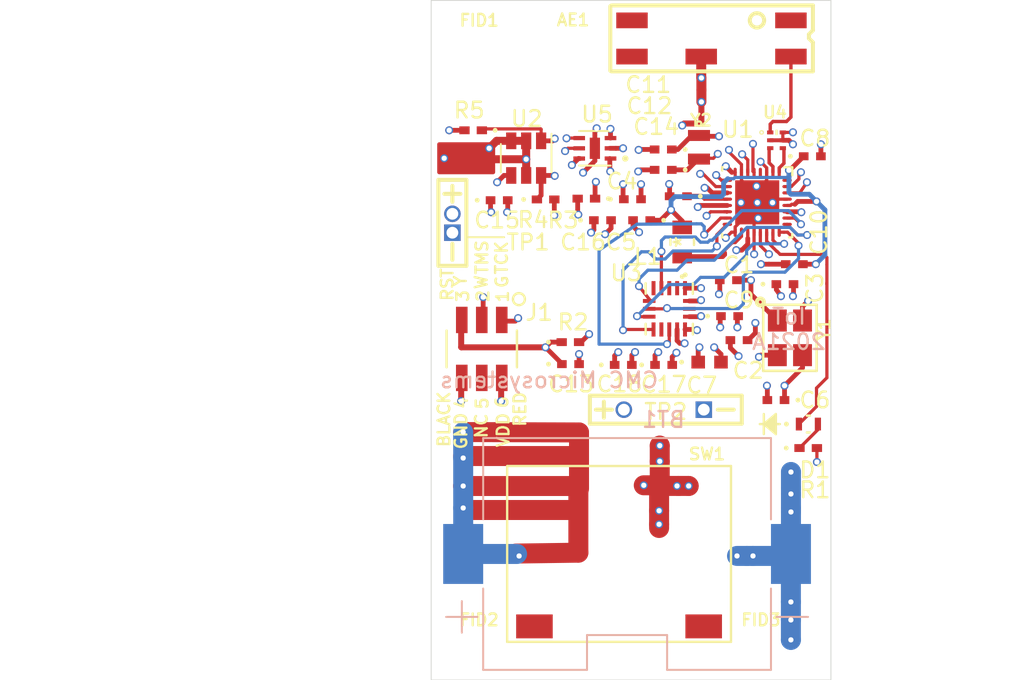
<source format=kicad_pcb>
(kicad_pcb (version 20241229) (generator "pcbnew") (generator_version "9.0")
  (layers (0 "F.Cu" signal) (4 "In1.Cu" power "F.GND") (6 "In2.Cu" power "F.BATT") (8 "In3.Cu" signal) (10 "In4.Cu" power "B.GND") (2 "B.Cu" signal) (13 "F.Paste" user) (15 "B.Paste" user) (5 "F.SilkS" user) (7 "B.SilkS" user) (1 "F.Mask" user) (3 "B.Mask" user) (25 "Edge.Cuts" user))
  (net 0 "")
  (net 1 "Net-(AE1-Pad1)")
  (net 2 "/AE_FEED")
  (net 3 "GND")
  (net 4 "Net-(AE1-Pad4)")
  (net 5 "Net-(AE1-Pad5)")
  (net 6 "/BATT_SW_In")
  (net 7 "/X24M_N")
  (net 8 "/X24M_P")
  (net 9 "+BATT")
  (net 10 "Net-(C10-Pad1)")
  (net 11 "/X32K_Q1")
  (net 12 "/X32K_Q2")
  (net 13 "Net-(C13-Pad1)")
  (net 14 "Net-(C14-Pad1)")
  (net 15 "Net-(D1-Pad1)")
  (net 16 "Net-(D1-Pad2)")
  (net 17 "Net-(J1-Pad1)")
  (net 18 "Net-(J1-Pad2)")
  (net 19 "Net-(J1-Pad5)")
  (net 20 "Net-(L1-Pad1)")
  (net 21 "Net-(R3-Pad1)")
  (net 22 "Net-(R4-Pad1)")
  (net 23 "Net-(R5-Pad1)")
  (net 24 "/BALUN_Port_B")
  (net 25 "/BALUN_Port_A")
  (net 26 "Net-(U1-Pad4)")
  (net 27 "Net-(U1-Pad15)")
  (net 28 "Net-(U1-Pad16)")
  (net 29 "Net-(U1-Pad23)")
  (net 30 "Net-(U1-Pad24)")
  (net 31 "Net-(U1-Pad25)")
  (net 32 "Net-(U1-Pad26)")
  (net 33 "Net-(U3-Pad2)")
  (net 34 "Net-(U3-Pad3)")
  (net 35 "Net-(U3-Pad5)")
  (net 36 "Net-(U3-Pad10)")
  (net 37 "Net-(U3-Pad15)")
  (net 38 "Net-(SW1-PadM2)")
  (net 39 "Net-(SW1-PadM1)")
  (footprint "library_IoT_footprints:RUFA_A5887H_right" (layer "F.Cu") (at 48.26 26.67)
    (property "Reference" "AE1")
    (property "Value" "A5887H")
  )
  (footprint "library_IoT_footprints:GRM155R70J104KA01D" (layer "F.Cu") (at 44.2849 43.18 180)
    (property "Reference" "C1")
    (property "Value" "GRM155R70J104KA01D_DNP")
  )
  (footprint "library_IoT_footprints:GRM155R70J104KA01D" (layer "F.Cu") (at 44.958 46.99 180)
    (property "Reference" "C2")
    (property "Value" "GRM155R70J104KA01D_DNP")
  )
  (footprint "library_IoT_footprints:GRM155R70J104KA01D" (layer "F.Cu") (at 38.1889 38.0365)
    (property "Reference" "C4")
    (property "Value" "GRM155R70J104KA01D")
  )
  (footprint "library_IoT_footprints:GRM155R70J104KA01D" (layer "F.Cu") (at 47.3075 50.8 180)
    (property "Reference" "C6")
    (property "Value" "GRM155R70J104KA01D_DNP")
  )
  (footprint "library_IoT_footprints:GRM188R60J106ME47D" (layer "F.Cu") (at 43.0911 48.387)
    (property "Reference" "C7")
    (property "Value" "GRM188R60J106ME47D")
  )
  (footprint "library_IoT_footprints:GRM155R70J104KA01D" (layer "F.Cu") (at 34.2519 48.514)
    (property "Reference" "C13")
    (property "Value" "GRM155R70J104KA01D")
  )
  (footprint "library_IoT_footprints:GRM155R70J104KA01D" (layer "F.Cu") (at 37.6047 48.5648)
    (property "Reference" "C18")
    (property "Value" "GRM155R70J104KA01D")
  )
  (footprint "library_IoT_footprints:CKS2125100M-T" (layer "F.Cu") (at 41.3512 40.7543 90)
    (property "Reference" "L1")
    (property "Value" "CKS2125100M-T")
  )
  (footprint "library_IoT_footprints:ERJ-2GEJ104X" (layer "F.Cu") (at 34.245201 47.117)
    (property "Reference" "R2")
    (property "Value" "ERJ-2GEJ104X")
  )
  (footprint "library_IoT_footprints:ERJ-2GEJ103X" (layer "F.Cu") (at 35.261201 37.9984 180)
    (property "Reference" "R3")
    (property "Value" "ERJ-2GEJ103X")
  )
  (footprint "library_IoT_footprints:ERJ-2GEJ103X" (layer "F.Cu") (at 32.670401 38.0492)
    (property "Reference" "R4")
    (property "Value" "ERJ-2GEJ103X")
  )
  (footprint "library_IoT_footprints:ERJ-2GEJ103X" (layer "F.Cu") (at 28.067 33.655 180)
    (property "Reference" "R5")
    (property "Value" "ERJ-2GEJ103X")
  )
  (footprint "library_IoT_footprints:TP_200m" (layer "F.Cu") (at 37.6428 51.4096)
    (property "Reference" "TP2")
    (property "Value" "TP_200m")
  )
  (footprint "library_IoT_footprints:ADXL362BCCZ-RL7" (layer "F.Cu") (at 40.528748 45.000545 -90)
    (property "Reference" "U3")
    (property "Value" "ADXL362BCCZ-RL7")
  )
  (footprint "library_IoT_footprints:SC20S_7PF20PPM_footprint" (layer "F.Cu") (at 42.418 34.7345 -90)
    (property "Reference" "Y2")
    (property "Value" "SC20S-7PF20PPM")
  )
  (footprint "library_IoT_footprints:SMLE12WBC7W1" (layer "F.Cu") (at 49.37125 52.324)
    (property "Reference" "D1")
    (property "Value" "SMLE12WBC7W1")
  )
  (footprint "library_IoT_footprints:CC2640F128RSMT" (layer "F.Cu") (at 46.116999 38.232001 -90)
    (property "Reference" "U1")
    (property "Value" "CC2640F128RSMT")
  )
  (footprint "library_IoT_footprints:GRM1555C1H7R0BA01D" (layer "F.Cu") (at 40.1447 34.8742 180)
    (property "Reference" "C11")
    (property "Value" "GRM1555C1H7R0BA01D")
  )
  (footprint "library_IoT_footprints:CL05A105KO5NNNC" (layer "F.Cu") (at 41.1032 37.846 180)
    (property "Reference" "C14")
    (property "Value" "CL05A105KO5NNNC" (hide yes))
  )
  (footprint "library_IoT_footprints:GRM155R70J104KA01D" (layer "F.Cu") (at 44.3611 45.466)
    (property "Reference" "C9")
    (property "Value" "GRM155R70J104KA01D")
  )
  (footprint "library_IoT_footprints:GRM155R70J104KA01D" (layer "F.Cu") (at 36.2839 39.37)
    (property "Reference" "C16")
    (property "Value" "GRM155R70J104KA01D")
  )
  (footprint "library_IoT_footprints:GRM155R70J104KA01D" (layer "F.Cu") (at 29.718 38.1)
    (property "Reference" "C15")
    (property "Value" "GRM155R70J104KA01D")
  )
  (footprint "library_IoT_footprints:ERJ-2RKF1001X" (layer "F.Cu") (at 49.358201 53.848)
    (property "Reference" "R1")
    (property "Value" "ERJ-2RKF1001X")
  )
  (footprint "library_IoT_footprints:OPT3002DNPT_6_USON_SON65P200X200X65-7N" (layer "F.Cu") (at 35.8 34.8 180)
    (property "Reference" "U5")
    (property "Value" "OPT3002_DNPT" (hide yes))
  )
  (footprint "library_IoT_footprints:GRM1555C1H7R0BA01D" (layer "F.Cu") (at 40.1447 36.1696 180)
    (property "Reference" "C12")
    (property "Value" "GRM1555C1H7R0BA01D")
  )
  (footprint "library_IoT_footprints:GRM155R70J104KA01D" (layer "F.Cu") (at 38.7731 39.37 180)
    (property "Reference" "C5")
    (property "Value" "GRM155R70J104KA01D")
  )
  (footprint "library_IoT_footprints:GRM155R70J104KA01D" (layer "F.Cu") (at 40.1701 48.5648)
    (property "Reference" "C17")
    (property "Value" "GRM155R70J104KA01D")
  )
  (footprint "library_IoT_footprints:SPST_ES02MSABE_jm" (layer "F.Cu") (at 34.798 56.261 180)
    (property "Reference" "SW1")
    (property "Value" "ES02MSABE")
  )
  (footprint "Package_TO_SOT_SMD:SOT-23-6" (layer "F.Cu") (at 31.435 35.4252 -90)
    (property "Reference" "U2")
    (property "Value" "TMP100NA/3KG4")
  )
  (footprint "library_IoT_footprints:NX3225SA_STD_CSR" (layer "F.Cu") (at 48.1966 46.8454 -90)
    (property "Reference" "Y1")
    (property "Value" "NX3225SA-24.000M-STD-CSR-1")
  )
  (footprint "library_IoT_footprints:Murata_SMD_6_balun" (layer "F.Cu") (at 47.3456 34.29 90)
    (property "Reference" "U4")
    (property "Value" "LFB182G45BG5D920")
  )
  (footprint "library_IoT_footprints:GRM155R70J104KA01D" (layer "F.Cu") (at 49.6189 35.306)
    (property "Reference" "C8")
    (property "Value" "GRM155R70J104KA01D")
  )
  (footprint "library_IoT_footprints:GRM155R70J104KA01D" (layer "F.Cu") (at 48.4759 42.164 180)
    (property "Reference" "C10")
    (property "Value" "GRM155R70J104KA01D")
  )
  (footprint "library_IoT_footprints:GRM155R70J104KA01D" (layer "F.Cu") (at 47.879 43.434)
    (property "Reference" "C3")
    (property "Value" "GRM155R70J104KA01D")
  )
  (footprint "library_IoT_footprints:TP_R" (layer "F.Cu") (at 26.7462 38.9636 -90)
    (property "Reference" "TP1")
    (property "Value" "TP_R")
  )
  (footprint "library_IoT_footprints:FID_45mil_NPTH" (layer "F.Cu") (at 27.94 27.94)
    (property "Reference" "FID1")
    (property "Value" "Fiducial" (hide yes))
  )
  (footprint "library_IoT_footprints:FID_45mil_NPTH" (layer "F.Cu") (at 27.94 66.04)
    (property "Reference" "FID2")
    (property "Value" "Fiducial" (hide yes))
  )
  (footprint "library_IoT_footprints:FID_45mil_NPTH" (layer "F.Cu") (at 45.847 66.04)
    (property "Reference" "FID3")
    (property "Value" "Fiducial" (hide yes))
  )
  (footprint "library_IoT_footprints:FLE-103-01-G-DV" (layer "F.Cu") (at 20.8788 51.8922 180)
    (property "Reference" "J1")
    (property "Value" "CON6_2X3_UF_FLE_SAI")
  )
  (footprint "library_IoT_footprints:BAT_BHSD-1225-SM" (layer "B.Cu") (at 37.847 60.579)
    (property "Reference" "BT1")
    (property "Value" "BHSD-1225-SM")
  )
  (gr_line (start 27.6225 40.4495) (end 30.0355 40.4495) (stroke (width 0.12)) (layer "F.SilkS"))
  (gr_line (start 25.4 68.58) (end 25.4 25.4) (stroke (width 0.05)) (layer "Edge.Cuts"))
  (gr_line (start 25.4 25.4) (end 50.8 25.4) (stroke (width 0.05)) (layer "Edge.Cuts"))
  (gr_line (start 50.8 68.58) (end 25.4 68.58) (stroke (width 0.05)) (layer "Edge.Cuts"))
  (gr_line (start 50.8 25.4) (end 50.8 68.58) (stroke (width 0.05)) (layer "Edge.Cuts"))
  (gr_text "CMC Microsystems" (at 32.893 49.53 0) (layer "B.SilkS") (effects (font (size 1 1)) (justify mirror)))
  (gr_text "IoT\n2021A" (at 48.133 46.2915 0) (layer "B.SilkS") (effects (font (size 1 1)) (justify mirror)))
  (segment (start 46.9456 33.2676) (end 47.117 33.0962) (width 0.2159) (layer "F.Cu") (net 2))
  (segment (start 48.26 32.8168) (end 48.26 28.97) (width 0.2159) (layer "F.Cu") (net 2))
  (segment (start 47.8917 29.3383) (end 48.26 28.97) (width 0.2159) (layer "F.Cu") (net 2))
  (segment (start 47.9806 33.0962) (end 48.26 32.8168) (width 0.2159) (layer "F.Cu") (net 2))
  (segment (start 48.2981 29.0081) (end 48.26 28.97) (width 0.2159) (layer "F.Cu") (net 2))
  (segment (start 48.3362 29.0462) (end 48.26 28.97) (width 0.2159) (layer "F.Cu") (net 2))
  (segment (start 46.9456 33.79) (end 46.9456 33.2676) (width 0.2159) (layer "F.Cu") (net 2))
  (segment (start 47.117 33.0962) (end 47.9806 33.0962) (width 0.2159) (layer "F.Cu") (net 2))
  (segment (start 31.435 35.494) (end 31.435 36.5252) (width 0.508) (layer "F.Cu") (net 3))
  (segment (start 29.083 34.798) (end 29.083 34.798) (width 0.2032) (layer "F.Cu") (net 3))
  (segment (start 48.016998 38.032001) (end 47.311999 38.032001) (width 0.2032) (layer "F.Cu") (net 3))
  (segment (start 38.735 37.084) (end 38.735 38.0365) (width 0.3048) (layer "F.Cu") (net 3))
  (segment (start 44.48175 40.132) (end 44.119746 40.494004) (width 0.2032) (layer "F.Cu") (net 3))
  (segment (start 36.795 34.15) (end 36.795 33.5692) (width 0.3048) (layer "F.Cu") (net 3))
  (segment (start 31.435 34.3252) (end 31.435 35.494) (width 0.508) (layer "F.Cu") (net 3))
  (segment (start 44.8564 46.1772) (end 44.8564 45.5168) (width 0.3048) (layer "F.Cu") (net 3))
  (segment (start 50.165 35.306) (end 50.165 34.544) (width 0.3048) (layer "F.Cu") (net 3))
  (segment (start 41.529 46.31309) (end 42.24909 46.31309) (width 0.3048) (layer "F.Cu") (net 3))
  (segment (start 48.9966 44.8564) (end 49.3522 44.5008) (width 0.3048) (layer "F.Cu") (net 3))
  (segment (start 46.717 36.332002) (end 46.717 36.835201) (width 0.2032) (layer "F.Cu") (net 3))
  (segment (start 39.5986 34.8742) (end 38.608 34.8742) (width 0.3048) (layer "F.Cu") (net 3))
  (segment (start 35.8 34.8) (end 35.8 33.6436) (width 0.3048) (layer "F.Cu") (net 3))
  (segment (start 31.435 34.3252) (end 30.485 34.3252) (width 0.508) (layer "F.Cu") (net 3))
  (segment (start 42.56 30.3172) (end 42.5704 30.3276) (width 0.2032) (layer "F.Cu") (net 3))
  (segment (start 41.028874 46.31309) (end 41.028874 46.743874) (width 0.3048) (layer "F.Cu") (net 3))
  (segment (start 46.863002 42.164) (end 47.9298 42.164) (width 0.3048) (layer "F.Cu") (net 3))
  (segment (start 46.7614 50.8) (end 46.7614 49.911) (width 0.3048) (layer "F.Cu") (net 3))
  (segment (start 29.271 35.494) (end 29.083 35.306) (width 0.508) (layer "F.Cu") (net 3))
  (segment (start 45.117001 35.828803) (end 44.323 35.034802) (width 0.2032) (layer "F.Cu") (net 3))
  (segment (start 38.6588 36.1696) (end 38.5572 36.2712) (width 0.3048) (layer "F.Cu") (net 3))
  (segment (start 44.8564 45.5168) (end 44.9072 45.466) (width 0.3048) (layer "F.Cu") (net 3))
  (segment (start 36.83 39.37) (end 36.83 39.878) (width 0.3048) (layer "F.Cu") (net 3))
  (segment (start 36.83 39.878) (end 36.449 40.259) (width 0.3048) (layer "F.Cu") (net 3))
  (segment (start 38.227 39.751) (end 38.608 40.132) (width 0.3048) (layer "F.Cu") (net 3))
  (segment (start 40.7162 48.5648) (end 40.7162 48.0568) (width 0.3048) (layer "F.Cu") (net 3))
  (segment (start 40.7162 48.0568) (end 40.9829 47.7901) (width 0.3048) (layer "F.Cu") (net 3))
  (segment (start 47.7456 34.29) (end 48.133 34.29) (width 0.3048) (layer "F.Cu") (net 3))
  (segment (start 42.494581 44.500419) (end 42.545 44.45) (width 0.3048) (layer "F.Cu") (net 3))
  (segment (start 30.2641 38.1) (end 30.2641 38.8239) (width 0.3048) (layer "F.Cu") (net 3))
  (segment (start 41.028874 47.023274) (end 41.1988 47.1932) (width 0.3048) (layer "F.Cu") (net 3))
  (segment (start 48.4251 43.434) (end 48.4251 44.1579) (width 0.3048) (layer "F.Cu") (net 3))
  (segment (start 38.1508 47.9552) (end 38.354 47.752) (width 0.3048) (layer "F.Cu") (net 3))
  (segment (start 46.717 36.835201) (end 46.341201 37.211) (width 0.2032) (layer "F.Cu") (net 3))
  (segment (start 47.3966 47.9454) (end 46.3394 47.9454) (width 0.3048) (layer "F.Cu") (net 3))
  (segment (start 44.323 35.034802) (end 44.323 34.8996) (width 0.2032) (layer "F.Cu") (net 3))
  (segment (start 45.916999 39.503201) (end 46.1772 39.243) (width 0.2032) (layer "F.Cu") (net 3))
  (segment (start 46.9456 34.29) (end 47.7456 34.29) (width 0.254) (layer "F.Cu") (net 3))
  (segment (start 42.5704 30.3276) (end 42.5704 31.0896) (width 0.635) (layer "F.Cu") (net 3))
  (segment (start 42.5704 31.8516) (end 42.5704 33.2232) (width 0.381) (layer "F.Cu") (net 3))
  (segment (start 46.3394 47.9454) (end 46.228 48.0568) (width 0.3048) (layer "F.Cu") (net 3))
  (segment (start 36.795 33.5692) (end 36.7919 33.5661) (width 0.3048) (layer "F.Cu") (net 3))
  (segment (start 42.5704 33.2232) (end 41.4782 33.2232) (width 0.381) (layer "F.Cu") (net 3))
  (segment (start 42.5704 31.0896) (end 42.5704 31.8516) (width 0.635) (layer "F.Cu") (net 3))
  (segment (start 43.7388 43.18) (end 43.7388 44.0182) (width 0.3048) (layer "F.Cu") (net 3))
  (segment (start 45.916999 40.132) (end 45.916999 39.503201) (width 0.2032) (layer "F.Cu") (net 3))
  (segment (start 44.716999 39.796727) (end 45.085 39.428726) (width 0.2032) (layer "F.Cu") (net 3))
  (segment (start 46.717 36.332002) (end 46.717 36.038088) (width 0.2032) (layer "F.Cu") (net 3))
  (segment (start 29.5558 34.3252) (end 29.083 34.798) (width 0.508) (layer "F.Cu") (net 3))
  (segment (start 47.7456 33.79) (end 47.7456 34.29) (width 0.2032) (layer "F.Cu") (net 3))
  (segment (start 39.5986 36.1696) (end 38.6588 36.1696) (width 0.3048) (layer "F.Cu") (net 3))
  (segment (start 27.305 49.4665) (end 27.305 50.8635) (width 0.381) (layer "F.Cu") (net 3))
  (segment (start 37.592 34.798) (end 37.1368 34.8) (width 0.3048) (layer "F.Cu") (net 3))
  (segment (start 31.435 35.494) (end 29.271 35.494) (width 0.508) (layer "F.Cu") (net 3))
  (segment (start 46.717 36.038088) (end 46.330093 35.651181) (width 0.2032) (layer "F.Cu") (net 3))
  (segment (start 45.916999 41.522799) (end 45.9232 41.529) (width 0.2032) (layer "F.Cu") (net 3))
  (segment (start 41.4782 33.2232) (end 41.3512 33.3502) (width 0.381) (layer "F.Cu") (net 3))
  (segment (start 37.1368 34.8) (end 36.750001 34.8) (width 0.3048) (layer "F.Cu") (net 3))
  (segment (start 40.5504 37.096) (end 40.5257 37.0713) (width 0.3048) (layer "F.Cu") (net 3))
  (segment (start 38.1508 48.5648) (end 38.1508 47.9552) (width 0.3048) (layer "F.Cu") (net 3))
  (segment (start 48.4251 44.1579) (end 48.387 44.196) (width 0.2032) (layer "F.Cu") (net 3))
  (segment (start 35.8 33.6436) (end 35.9156 33.528) (width 0.2032) (layer "F.Cu") (net 3))
  (segment (start 42.24909 46.31309) (end 42.291 46.355) (width 0.3048) (layer "F.Cu") (net 3))
  (segment (start 48.379 33.79) (end 48.387 33.782) (width 0.2032) (layer "F.Cu") (net 3))
  (segment (start 45.916999 40.132) (end 45.916999 41.522799) (width 0.2032) (layer "F.Cu") (net 3))
  (segment (start 48.9966 45.7454) (end 48.9966 44.8564) (width 0.3048) (layer "F.Cu") (net 3))
  (segment (start 38.227 39.37) (end 38.227 39.751) (width 0.3048) (layer "F.Cu") (net 3))
  (segment (start 41.028874 46.31309) (end 41.028874 47.023274) (width 0.3048) (layer "F.Cu") (net 3))
  (segment (start 35.8 35.5994) (end 35.052 36.3474) (width 0.3048) (layer "F.Cu") (net 3))
  (segment (start 30.485 34.3252) (end 29.5558 34.3252) (width 0.508) (layer "F.Cu") (net 3))
  (segment (start 43.815 47.879) (end 43.3832 47.4472) (width 0.3048) (layer "F.Cu") (net 3))
  (segment (start 47.7456 33.79) (end 48.379 33.79) (width 0.2032) (layer "F.Cu") (net 3))
  (segment (start 41.4782 47.1932) (end 41.5036 47.1932) (width 0.3048) (layer "F.Cu") (net 3))
  (segment (start 30.2641 38.8239) (end 30.226 38.862) (width 0.2032) (layer "F.Cu") (net 3))
  (segment (start 42.56 28.97) (end 42.531 28.97) (width 0.2032) (layer "F.Cu") (net 3))
  (segment (start 47.311999 38.032001) (end 47.0916 38.2524) (width 0.2032) (layer "F.Cu") (net 3))
  (segment (start 35.8 34.8) (end 35.8 35.5994) (width 0.3048) (layer "F.Cu") (net 3))
  (segment (start 45.117001 36.332002) (end 45.117001 35.828803) (width 0.2032) (layer "F.Cu") (net 3))
  (segment (start 43.815 48.387) (end 43.815 47.879) (width 0.3048) (layer "F.Cu") (net 3))
  (segment (start 40.5504 37.846) (end 40.5504 37.096) (width 0.3048) (layer "F.Cu") (net 3))
  (segment (start 44.716999 40.132) (end 44.716999 39.796727) (width 0.2032) (layer "F.Cu") (net 3))
  (segment (start 45.117001 36.835201) (end 45.4928 37.211) (width 0.2032) (layer "F.Cu") (net 3))
  (segment (start 48.133 34.29) (end 48.387 34.544) (width 0.3048) (layer "F.Cu") (net 3))
  (segment (start 45.4928 37.211) (end 46.0756 37.211) (width 0.2032) (layer "F.Cu") (net 3))
  (segment (start 38.608 34.8742) (end 38.5826 34.8996) (width 0.3048) (layer "F.Cu") (net 3))
  (segment (start 41.803701 44.500419) (end 42.494581 44.500419) (width 0.3048) (layer "F.Cu") (net 3))
  (segment (start 41.1988 47.1932) (end 41.5036 47.1932) (width 0.3048) (layer "F.Cu") (net 3))
  (segment (start 43.7388 44.0182) (end 43.688 44.069) (width 0.3048) (layer "F.Cu") (net 3))
  (segment (start 29.083 35.306) (end 29.083 34.798) (width 0.508) (layer "F.Cu") (net 3))
  (segment (start 46.7614 49.911) (end 46.736 49.8856) (width 0.2032) (layer "F.Cu") (net 3))
  (segment (start 42.56 28.97) (end 42.56 30.3172) (width 0.635) (layer "F.Cu") (net 3))
  (segment (start 44.716999 40.132) (end 44.48175 40.132) (width 0.2032) (layer "F.Cu") (net 3))
  (segment (start 45.117001 36.332002) (end 45.117001 36.835201) (width 0.2032) (layer "F.Cu") (net 3))
  (segment (start 45.085 39.428726) (end 45.085 38.2524) (width 0.2032) (layer "F.Cu") (net 3))
  (segment (start 46.341201 37.211) (end 46.0756 37.211) (width 0.2032) (layer "F.Cu") (net 3))
  (segment (start 34.798 48.514) (end 34.798 47.879) (width 0.3048) (layer "F.Cu") (net 3))
  (segment (start 46.355 42.164) (end 46.863002 42.164) (width 0.3048) (layer "F.Cu") (net 3))
  (via (at 44.8564 46.1772) (size 0.508) (drill 0.3302) (layers "F.Cu" "B.Cu") (net 3))
  (via (at 26.2255 35.433) (size 0.508) (drill 0.3302) (layers "F.Cu" "B.Cu") (net 3))
  (via (at 38.5826 34.8996) (size 0.508) (drill 0.3302) (layers "F.Cu" "B.Cu") (net 3))
  (via (at 44.833 60.704) (size 0.508) (drill 0.3302) (layers "F.Cu" "B.Cu") (net 3))
  (via (at 45.085 38.2524) (size 0.508) (drill 0.3302) (layers "F.Cu" "B.Cu") (net 3))
  (via (at 43.3832 47.4472) (size 0.508) (drill 0.3302) (layers "F.Cu" "B.Cu") (net 3))
  (via (at 45.849 60.704) (size 0.508) (drill 0.3302) (layers "F.Cu" "B.Cu") (net 3))
  (via (at 44.323 34.8996) (size 0.508) (drill 0.3302) (layers "F.Cu" "B.Cu") (net 3))
  (via (at 48.258 64.772) (size 0.508) (drill 0.3302) (layers "F.Cu" "B.Cu") (net 3))
  (via (at 42.5704 30.3276) (size 0.508) (drill 0.3302) (layers "F.Cu" "B.Cu") (net 3))
  (via (at 41.3512 33.3502) (size 0.508) (drill 0.3302) (layers "F.Cu" "B.Cu") (net 3))
  (via (at 36.449 40.259) (size 0.508) (drill 0.3302) (layers "F.Cu" "B.Cu") (net 3))
  (via (at 48.262 56.767) (size 0.508) (drill 0.3302) (layers "F.Cu" "B.Cu") (net 3))
  (via (at 31.435 35.494) (size 0.508) (drill 0.3302) (layers "F.Cu" "B.Cu") (net 3))
  (via (at 27.305 50.8635) (size 0.508) (drill 0.3302) (layers "F.Cu" "B.Cu") (net 3))
  (via (at 30.226 38.862) (size 0.508) (drill 0.3302) (layers "F.Cu" "B.Cu") (net 3))
  (via (at 46.330093 35.651181) (size 0.508) (drill 0.3302) (layers "F.Cu" "B.Cu") (net 3))
  (via (at 42.5704 31.8516) (size 0.508) (drill 0.3302) (layers "F.Cu" "B.Cu") (net 3))
  (via (at 38.735 37.084) (size 0.508) (drill 0.3302) (layers "F.Cu" "B.Cu") (net 3))
  (via (at 41.5036 47.1932) (size 0.508) (drill 0.3302) (layers "F.Cu" "B.Cu") (net 3))
  (via (at 42.545 44.45) (size 0.508) (drill 0.3302) (layers "F.Cu" "B.Cu") (net 3))
  (via (at 47.0916 38.2524) (size 0.508) (drill 0.3302) (layers "F.Cu" "B.Cu") (net 3))
  (via (at 35.9156 33.528) (size 0.508) (drill 0.3302) (layers "F.Cu" "B.Cu") (net 3))
  (via (at 48.258 66.038) (size 0.508) (drill 0.3302) (layers "F.Cu" "B.Cu") (net 3))
  (via (at 50.165 34.544) (size 0.508) (drill 0.3302) (layers "F.Cu" "B.Cu") (net 3))
  (via (at 43.688 44.069) (size 0.508) (drill 0.3302) (layers "F.Cu" "B.Cu") (net 3))
  (via (at 38.5572 36.2712) (size 0.508) (drill 0.3302) (layers "F.Cu" "B.Cu") (net 3))
  (via (at 46.355 42.164) (size 0.508) (drill 0.3302) (layers "F.Cu" "B.Cu") (net 3))
  (via (at 29.083 34.798) (size 0.508) (drill 0.3302) (layers "F.Cu" "B.Cu") (net 3))
  (via (at 46.1264 38.2524) (size 0.508) (drill 0.3302) (layers "F.Cu" "B.Cu") (net 3))
  (via (at 44.119746 40.494004) (size 0.508) (drill 0.3302) (layers "F.Cu" "B.Cu") (net 3))
  (via (at 46.1772 39.243) (size 0.508) (drill 0.3302) (layers "F.Cu" "B.Cu") (net 3))
  (via (at 48.387 44.196) (size 0.508) (drill 0.3302) (layers "F.Cu" "B.Cu") (net 3))
  (via (at 46.736 49.8856) (size 0.508) (drill 0.3302) (layers "F.Cu" "B.Cu") (net 3))
  (via (at 40.9829 47.7901) (size 0.508) (drill 0.3302) (layers "F.Cu" "B.Cu") (net 3))
  (via (at 48.262 55.374) (size 0.508) (drill 0.3302) (layers "F.Cu" "B.Cu") (net 3))
  (via (at 40.5257 37.0713) (size 0.508) (drill 0.3302) (layers "F.Cu" "B.Cu") (net 3))
  (via (at 48.258 63.629) (size 0.508) (drill 0.3302) (layers "F.Cu" "B.Cu") (net 3))
  (via (at 48.262 57.91) (size 0.508) (drill 0.3302) (layers "F.Cu" "B.Cu") (net 3))
  (via (at 46.0756 37.211) (size 0.508) (drill 0.3302) (layers "F.Cu" "B.Cu") (net 3))
  (via (at 48.387 33.782) (size 0.508) (drill 0.3302) (layers "F.Cu" "B.Cu") (net 3))
  (via (at 38.608 40.132) (size 0.508) (drill 0.3302) (layers "F.Cu" "B.Cu") (net 3))
  (via (at 49.3522 44.5008) (size 0.508) (drill 0.3302) (layers "F.Cu" "B.Cu") (net 3))
  (via (at 37.592 34.798) (size 0.508) (drill 0.3302) (layers "F.Cu" "B.Cu") (net 3))
  (via (at 36.7919 33.5661) (size 0.508) (drill 0.3302) (layers "F.Cu" "B.Cu") (net 3))
  (via (at 38.354 47.752) (size 0.508) (drill 0.3302) (layers "F.Cu" "B.Cu") (net 3))
  (via (at 48.387 34.544) (size 0.508) (drill 0.3302) (layers "F.Cu" "B.Cu") (net 3))
  (via (at 42.291 46.355) (size 0.508) (drill 0.3302) (layers "F.Cu" "B.Cu") (net 3))
  (via (at 35.052 36.3474) (size 0.508) (drill 0.3302) (layers "F.Cu" "B.Cu") (net 3))
  (via (at 34.798 47.879) (size 0.508) (drill 0.3302) (layers "F.Cu" "B.Cu") (net 3))
  (via (at 46.228 48.0568) (size 0.508) (drill 0.3302) (layers "F.Cu" "B.Cu") (net 3))
  (via (at 45.9232 41.529) (size 0.508) (drill 0.3302) (layers "F.Cu" "B.Cu") (net 3))
  (segment (start 48.133 60.704) (end 45.849 60.704) (width 1.27) (layer "B.Cu") (net 3))
  (segment (start 45.468 60.704) (end 44.833 60.704) (width 1.27) (layer "B.Cu") (net 3))
  (segment (start 48.262 57.656) (end 48.262 56.767) (width 1.27) (layer "B.Cu") (net 3))
  (segment (start 48.262 56.386) (end 48.262 55.374) (width 1.27) (layer "B.Cu") (net 3))
  (segment (start 48.258 63.629) (end 48.258 64.772) (width 1.27) (layer "B.Cu") (net 3))
  (segment (start 48.258 64.772) (end 48.258 66.038) (width 1.27) (layer "B.Cu") (net 3))
  (segment (start 48.258 66.038) (end 48.258 66.038) (width 1.27) (layer "B.Cu") (net 3))
  (segment (start 48.262 57.91) (end 48.262 57.656) (width 1.27) (layer "B.Cu") (net 3))
  (segment (start 48.262 56.767) (end 48.262 56.386) (width 1.27) (layer "B.Cu") (net 3))
  (segment (start 48.262 55.374) (end 48.262 55.374) (width 1.27) (layer "B.Cu") (net 3))
  (segment (start 45.849 60.704) (end 45.468 60.704) (width 1.27) (layer "B.Cu") (net 3))
  (segment (start 48.262 60.579) (end 48.262 57.91) (width 1.27) (layer "B.Cu") (net 3))
  (segment (start 48.258 60.833) (end 48.258 63.629) (width 1.27) (layer "B.Cu") (net 3))
  (segment (start 27.432 56.261) (end 34.3386 56.261) (width 1.27) (layer "F.Cu") (net 6))
  (segment (start 27.559 57.785) (end 34.4656 57.785) (width 1.27) (layer "F.Cu") (net 6))
  (segment (start 27.432 54.356) (end 34.3386 54.356) (width 1.27) (layer "F.Cu") (net 6))
  (segment (start 27.432 56.261) (end 27.432 56.261) (width 1.27) (layer "F.Cu") (net 6))
  (segment (start 34.7934 56.432) (end 34.7934 54.7416) (width 1.27) (layer "F.Cu") (net 6))
  (segment (start 34.7518 56.2932) (end 34.7518 60.4982) (width 1.27) (layer "F.Cu") (net 6))
  (segment (start 34.7934 54.7416) (end 34.7934 52.8574) (width 1.27) (layer "F.Cu") (net 6))
  (segment (start 34.7518 60.4982) (end 30.7848 60.5536) (width 1.27) (layer "F.Cu") (net 6))
  (segment (start 27.432 52.832) (end 34.7934 52.8574) (width 1.27) (layer "F.Cu") (net 6))
  (segment (start 31.238 60.96) (end 30.986 60.708) (width 0.2032) (layer "F.Cu") (net 6))
  (via (at 27.433169 57.656831) (size 0.508) (drill 0.3302) (layers "F.Cu" "B.Cu") (net 6))
  (via (at 30.986 60.708) (size 0.508) (drill 0.3302) (layers "F.Cu" "B.Cu") (net 6))
  (via (at 27.432 56.261) (size 0.508) (drill 0.3302) (layers "F.Cu" "B.Cu") (net 6))
  (via (at 27.432 52.832) (size 0.508) (drill 0.3302) (layers "F.Cu" "B.Cu") (net 6))
  (via (at 27.432399 54.482601) (size 0.508) (drill 0.3302) (layers "F.Cu" "B.Cu") (net 6))
  (segment (start 27.432399 54.482601) (end 27.432 52.832) (width 1.27) (layer "B.Cu") (net 6))
  (segment (start 27.434 60.452) (end 27.433169 57.656831) (width 1.27) (layer "B.Cu") (net 6))
  (segment (start 30.857 60.579) (end 30.986 60.708) (width 0.2032) (layer "B.Cu") (net 6))
  (segment (start 27.433169 57.656831) (end 27.432399 54.482601) (width 1.27) (layer "B.Cu") (net 6))
  (segment (start 27.432 60.579) (end 30.857 60.579) (width 1.27) (layer "B.Cu") (net 6))
  (segment (start 45.72 43.18) (end 45.72 44.0688) (width 0.3048) (layer "F.Cu") (net 7))
  (segment (start 45.5422 46.99) (end 45.9994 46.5328) (width 0.3048) (layer "F.Cu") (net 7))
  (segment (start 44.831 43.18) (end 45.72 43.18) (width 0.3048) (layer "F.Cu") (net 7))
  (segment (start 45.72 44.0688) (end 47.3966 45.7454) (width 0.3048) (layer "F.Cu") (net 7))
  (segment (start 48.826548 37.632002) (end 48.016998 37.632002) (width 0.2032) (layer "F.Cu") (net 7))
  (segment (start 49.276 36.957) (end 48.826548 37.632002) (width 0.2032) (layer "F.Cu") (net 7))
  (segment (start 45.9994 46.5328) (end 45.9994 45.8978) (width 0.3048) (layer "F.Cu") (net 7))
  (segment (start 45.5041 46.99) (end 45.5422 46.99) (width 0.2032) (layer "F.Cu") (net 7))
  (via (at 45.9994 45.8978) (size 0.508) (drill 0.3302) (layers "F.Cu" "B.Cu") (net 7))
  (via (at 49.276 36.957) (size 0.508) (drill 0.3302) (layers "F.Cu" "B.Cu") (net 7))
  (via (at 45.72 43.18) (size 0.508) (drill 0.3302) (layers "F.Cu" "B.Cu") (net 7))
  (segment (start 48.191917 37.232003) (end 48.196314 37.2364) (width 0.2032) (layer "F.Cu") (net 8))
  (segment (start 47.8536 49.8856) (end 48.9966 48.7426) (width 0.3048) (layer "F.Cu") (net 8))
  (segment (start 44.4119 47.4853) (end 44.9326 48.006) (width 0.3048) (layer "F.Cu") (net 8))
  (segment (start 48.016998 37.232003) (end 48.281719 37.232003) (width 0.2032) (layer "F.Cu") (net 8))
  (segment (start 48.9966 48.7426) (end 48.9966 47.9454) (width 0.3048) (layer "F.Cu") (net 8))
  (segment (start 48.281719 37.232003) (end 48.768 36.745722) (width 0.2032) (layer "F.Cu") (net 8))
  (segment (start 44.4119 46.99) (end 44.4119 47.4853) (width 0.3048) (layer "F.Cu") (net 8))
  (segment (start 48.016998 37.232003) (end 48.191917 37.232003) (width 0.2032) (layer "F.Cu") (net 8))
  (segment (start 48.768 36.745722) (end 48.768 36.449) (width 0.2032) (layer "F.Cu") (net 8))
  (segment (start 48.768 36.449) (end 48.895 36.322) (width 0.2032) (layer "F.Cu") (net 8))
  (segment (start 47.8536 50.8) (end 47.8536 49.8856) (width 0.3048) (layer "F.Cu") (net 8))
  (via (at 47.8536 49.8856) (size 0.508) (drill 0.3302) (layers "F.Cu" "B.Cu") (net 8))
  (via (at 48.895 36.322) (size 0.508) (drill 0.3302) (layers "F.Cu" "B.Cu") (net 8))
  (via (at 44.9326 48.006) (size 0.508) (drill 0.3302) (layers "F.Cu" "B.Cu") (net 8))
  (segment (start 39.8826 58.6948) (end 39.8826 58.928) (width 1.27) (layer "F.Cu") (net 9))
  (segment (start 39.9242 54.6908) (end 39.9242 53.6956) (width 1.27) (layer "F.Cu") (net 9))
  (segment (start 39.9242 56.3812) (end 39.9242 54.6908) (width 1.27) (layer "F.Cu") (net 9))
  (segment (start 39.8826 57.8312) (end 39.8826 58.6948) (width 1.27) (layer "F.Cu") (net 9))
  (segment (start 39.8826 56.2424) (end 39.8826 57.8312) (width 1.27) (layer "F.Cu") (net 9))
  (segment (start 39.9242 53.6956) (end 39.9242 53.6956) (width 1.27) (layer "F.Cu") (net 9))
  (segment (start 41.1018 56.2564) (end 41.7622 56.2564) (width 1.27) (layer "F.Cu") (net 9))
  (segment (start 39.9102 56.2564) (end 41.1018 56.2564) (width 1.27) (layer "F.Cu") (net 9))
  (segment (start 41.7622 56.2564) (end 41.7622 56.2564) (width 1.27) (layer "F.Cu") (net 9))
  (segment (start 39.8966 56.2148) (end 38.9082 56.2148) (width 1.27) (layer "F.Cu") (net 9))
  (segment (start 43.7642 46.1772) (end 43.7642 46.1772) (width 0.3048) (layer "F.Cu") (net 9))
  (segment (start 42.3672 47.5234) (end 42.4434 47.4472) (width 0.3048) (layer "F.Cu") (net 9))
  (segment (start 42.3672 48.387) (end 42.3672 47.5234) (width 0.3048) (layer "F.Cu") (net 9))
  (segment (start 44.787802 41.254598) (end 44.787802 41.272629) (width 0.2032) (layer "F.Cu") (net 9))
  (segment (start 43.7642 46.1772) (end 43.7642 45.5168) (width 0.3048) (layer "F.Cu") (net 9))
  (segment (start 37.592 37.084) (end 37.592 37.9857) (width 0.3048) (layer "F.Cu") (net 9))
  (segment (start 30.485 36.5252) (end 30.0228 36.5252) (width 0.3048) (layer "F.Cu") (net 9))
  (segment (start 34.708402 37.9984) (end 34.708402 38.975602) (width 0.3048) (layer "F.Cu") (net 9))
  (segment (start 45.517 40.132) (end 45.517 40.5254) (width 0.2032) (layer "F.Cu") (net 9))
  (segment (start 27.514201 33.655) (end 26.543 33.655) (width 0.3048) (layer "F.Cu") (net 9))
  (segment (start 47.3329 43.776903) (end 47.3329 43.434) (width 0.3048) (layer "F.Cu") (net 9))
  (segment (start 34.798 47.117) (end 34.925 47.117) (width 0.3048) (layer "F.Cu") (net 9))
  (segment (start 44.787802 41.272629) (end 45.138171 41.272629) (width 0.3048) (layer "F.Cu") (net 9))
  (segment (start 35.7378 39.9796) (end 35.56 40.1574) (width 0.3048) (layer "F.Cu") (net 9))
  (segment (start 34.925 47.117) (end 35.433 46.609) (width 0.3048) (layer "F.Cu") (net 9))
  (segment (start 43.258239 37.632002) (end 42.938837 37.3126) (width 0.3048) (layer "F.Cu") (net 9))
  (segment (start 37.0586 47.9806) (end 37.2872 47.752) (width 0.3048) (layer "F.Cu") (net 9))
  (segment (start 37.0586 48.5648) (end 37.0586 47.9806) (width 0.3048) (layer "F.Cu") (net 9))
  (segment (start 49.911 53.848) (end 49.911 54.737) (width 0.2032) (layer "F.Cu") (net 9))
  (segment (start 41.803701 45.500671) (end 42.510329 45.500671) (width 0.3048) (layer "F.Cu") (net 9))
  (segment (start 43.7642 45.5168) (end 43.815 45.466) (width 0.3048) (layer "F.Cu") (net 9))
  (segment (start 47.625 44.196) (end 47.3329 43.776903) (width 0.3048) (layer "F.Cu") (net 9))
  (segment (start 39.624 47.9552) (end 39.8272 47.752) (width 0.3048) (layer "F.Cu") (net 9))
  (segment (start 29.1719 38.1) (end 29.1719 38.8239) (width 0.3048) (layer "F.Cu") (net 9))
  (segment (start 48.016998 38.832002) (end 48.890402 38.832002) (width 0.3048) (layer "F.Cu") (net 9))
  (segment (start 33.2232 38.0492) (end 33.2232 39.0652) (width 0.3048) (layer "F.Cu") (net 9))
  (segment (start 29.1719 38.8239) (end 29.21 38.862) (width 0.2032) (layer "F.Cu") (net 9))
  (segment (start 44.217 37.632002) (end 43.258239 37.632002) (width 0.3048) (layer "F.Cu") (net 9))
  (segment (start 42.938837 37.3126) (end 42.7736 37.3126) (width 0.3048) (layer "F.Cu") (net 9))
  (segment (start 41.529 43.688) (end 42.545 43.688) (width 0.3048) (layer "F.Cu") (net 9))
  (segment (start 34.708402 38.975602) (end 34.7472 39.0144) (width 0.3048) (layer "F.Cu") (net 9))
  (segment (start 36.750001 36.238001) (end 36.7792 36.2672) (width 0.3048) (layer "F.Cu") (net 9))
  (segment (start 29.845 49.4665) (end 29.845 50.8635) (width 0.381) (layer "F.Cu") (net 9))
  (segment (start 30.0228 36.5252) (end 29.591 36.957) (width 0.3048) (layer "F.Cu") (net 9))
  (segment (start 36.750001 35.450001) (end 36.750001 36.238001) (width 0.3048) (layer "F.Cu") (net 9))
  (segment (start 37.592 37.9857) (end 37.6428 38.0365) (width 0.3048) (layer "F.Cu") (net 9))
  (segment (start 45.138171 41.272629) (end 45.517 40.8938) (width 0.3048) (layer "F.Cu") (net 9))
  (segment (start 48.890402 38.832002) (end 48.9204 38.862) (width 0.2032) (layer "F.Cu") (net 9))
  (segment (start 45.517 40.8938) (end 45.517 40.5254) (width 0.3048) (layer "F.Cu") (net 9))
  (segment (start 42.510329 45.500671) (end 42.545 45.466) (width 0.3048) (layer "F.Cu") (net 9))
  (segment (start 39.624 48.5648) (end 39.624 47.9552) (width 0.3048) (layer "F.Cu") (net 9))
  (segment (start 35.7378 39.37) (end 35.7378 39.9796) (width 0.3048) (layer "F.Cu") (net 9))
  (via (at 39.9242 54.6908) (size 0.508) (drill 0.3302) (layers "F.Cu" "B.Cu") (net 9))
  (via (at 39.8826 57.8312) (size 0.508) (drill 0.3302) (layers "F.Cu" "B.Cu") (net 9))
  (via (at 38.9082 56.2148) (size 0.508) (drill 0.3302) (layers "F.Cu" "B.Cu") (net 9))
  (via (at 39.8826 58.6948) (size 0.508) (drill 0.3302) (layers "F.Cu" "B.Cu") (net 9))
  (via (at 39.9242 53.6956) (size 0.508) (drill 0.3302) (layers "F.Cu" "B.Cu") (net 9))
  (via (at 41.7622 56.2564) (size 0.508) (drill 0.3302) (layers "F.Cu" "B.Cu") (net 9))
  (via (at 41.021 56.2564) (size 0.508) (drill 0.3302) (layers "F.Cu" "B.Cu") (net 9))
  (via (at 43.7642 46.1772) (size 0.508) (drill 0.3302) (layers "F.Cu" "B.Cu") (net 9))
  (via (at 34.7472 39.0144) (size 0.508) (drill 0.3302) (layers "F.Cu" "B.Cu") (net 9))
  (via (at 42.7736 37.3126) (size 0.508) (drill 0.3302) (layers "F.Cu" "B.Cu") (net 9))
  (via (at 47.625 44.196) (size 0.508) (drill 0.3302) (layers "F.Cu" "B.Cu") (net 9))
  (via (at 35.56 40.1574) (size 0.508) (drill 0.3302) (layers "F.Cu" "B.Cu") (net 9))
  (via (at 26.543 33.655) (size 0.508) (drill 0.3302) (layers "F.Cu" "B.Cu") (net 9))
  (via (at 48.9204 38.862) (size 0.508) (drill 0.3302) (layers "F.Cu" "B.Cu") (net 9))
  (via (at 29.845 50.8635) (size 0.508) (drill 0.3302) (layers "F.Cu" "B.Cu") (net 9))
  (via (at 39.8272 47.752) (size 0.508) (drill 0.3302) (layers "F.Cu" "B.Cu") (net 9))
  (via (at 37.592 37.084) (size 0.508) (drill 0.3302) (layers "F.Cu" "B.Cu") (net 9))
  (via (at 36.7792 36.2672) (size 0.508) (drill 0.3302) (layers "F.Cu" "B.Cu") (net 9))
  (via (at 44.787802 41.272629) (size 0.508) (drill 0.3302) (layers "F.Cu" "B.Cu") (net 9))
  (via (at 42.545 43.688) (size 0.508) (drill 0.3302) (layers "F.Cu" "B.Cu") (net 9))
  (via (at 29.21 38.862) (size 0.508) (drill 0.3302) (layers "F.Cu" "B.Cu") (net 9))
  (via (at 42.4434 47.4472) (size 0.508) (drill 0.3302) (layers "F.Cu" "B.Cu") (net 9))
  (via (at 33.2232 39.0652) (size 0.508) (drill 0.3302) (layers "F.Cu" "B.Cu") (net 9))
  (via (at 49.911 54.737) (size 0.508) (drill 0.3302) (layers "F.Cu" "B.Cu") (net 9))
  (via (at 37.2872 47.752) (size 0.508) (drill 0.3302) (layers "F.Cu" "B.Cu") (net 9))
  (via (at 42.545 45.466) (size 0.508) (drill 0.3302) (layers "F.Cu" "B.Cu") (net 9))
  (via (at 29.591 36.957) (size 0.508) (drill 0.3302) (layers "F.Cu" "B.Cu") (net 9))
  (via (at 35.433 46.609) (size 0.508) (drill 0.3302) (layers "F.Cu" "B.Cu") (net 9))
  (segment (start 49.0728 35.179) (end 49.0728 35.2552) (width 0.2032) (layer "F.Cu") (net 10))
  (segment (start 41.3512 39.4208) (end 41.3512 39.8272) (width 0.3048) (layer "F.Cu") (net 10))
  (segment (start 39.3192 39.37) (end 39.9796 39.37) (width 0.3048) (layer "F.Cu") (net 10))
  (segment (start 48.1838 36.195) (end 49.0728 35.306) (width 0.3048) (layer "F.Cu") (net 10))
  (segment (start 48.304189 38.360611) (end 48.507389 38.360611) (width 0.2032) (layer "F.Cu") (net 10))
  (segment (start 49.022 42.164) (end 49.8348 42.164) (width 0.3048) (layer "F.Cu") (net 10))
  (segment (start 39.9796 39.37) (end 40.64 38.7096) (width 0.3048) (layer "F.Cu") (net 10))
  (segment (start 40.64 38.7096) (end 41.3512 39.4208) (width 0.3048) (layer "F.Cu") (net 10))
  (segment (start 48.232797 38.432003) (end 48.304189 38.360611) (width 0.2032) (layer "F.Cu") (net 10))
  (segment (start 48.016998 36.832001) (end 48.016998 36.717402) (width 0.2032) (layer "F.Cu") (net 10))
  (segment (start 48.133 36.195) (end 48.1838 36.195) (width 0.3048) (layer "F.Cu") (net 10))
  (segment (start 48.133 36.6014) (end 48.016998 36.717402) (width 0.3048) (layer "F.Cu") (net 10))
  (segment (start 48.6918 38.1762) (end 49.8856 38.1762) (width 0.3048) (layer "F.Cu") (net 10))
  (segment (start 48.507389 38.360611) (end 48.6918 38.1762) (width 0.3048) (layer "F.Cu") (net 10))
  (segment (start 48.133 36.195) (end 48.133 36.6014) (width 0.3048) (layer "F.Cu") (net 10))
  (segment (start 48.016998 38.432003) (end 48.232797 38.432003) (width 0.2032) (layer "F.Cu") (net 10))
  (via (at 40.64 38.7096) (size 0.508) (drill 0.3302) (layers "F.Cu" "B.Cu") (net 10))
  (via (at 49.8348 42.164) (size 0.508) (drill 0.3302) (layers "F.Cu" "B.Cu") (net 10))
  (via (at 49.8856 38.1762) (size 0.508) (drill 0.3302) (layers "F.Cu" "B.Cu") (net 10))
  (via (at 48.133 36.195) (size 0.508) (drill 0.3302) (layers "F.Cu" "B.Cu") (net 10))
  (segment (start 44.627801 36.728399) (end 44.704 36.6522) (width 0.2032) (layer "B.Cu") (net 10))
  (segment (start 48.133 36.6522) (end 48.133 36.195) (width 0.3048) (layer "B.Cu") (net 10))
  (segment (start 43.829741 37.871399) (end 43.98214 37.719) (width 0.3048) (layer "B.Cu") (net 10))
  (segment (start 40.894001 37.871399) (end 43.829741 37.871399) (width 0.3048) (layer "B.Cu") (net 10))
  (segment (start 50.419 41.5798) (end 50.419 38.7096) (width 0.3048) (layer "B.Cu") (net 10))
  (segment (start 43.98214 37.719) (end 43.98214 36.99306) (width 0.3048) (layer "B.Cu") (net 10))
  (segment (start 50.419 38.7096) (end 49.8856 38.1762) (width 0.3048) (layer "B.Cu") (net 10))
  (segment (start 48.133 37.592) (end 48.133 36.6522) (width 0.3048) (layer "B.Cu") (net 10))
  (segment (start 48.26 37.719) (end 48.133 37.592) (width 0.3048) (layer "B.Cu") (net 10))
  (segment (start 44.704 36.6522) (end 48.133 36.6522) (width 0.2032) (layer "B.Cu") (net 10))
  (segment (start 49.4284 37.719) (end 48.26 37.719) (width 0.3048) (layer "B.Cu") (net 10))
  (segment (start 49.8856 38.1762) (end 49.4284 37.719) (width 0.3048) (layer "B.Cu") (net 10))
  (segment (start 40.64 38.1254) (end 40.894001 37.871399) (width 0.3048) (layer "B.Cu") (net 10))
  (segment (start 43.98214 36.99306) (end 44.246801 36.728399) (width 0.3048) (layer "B.Cu") (net 10))
  (segment (start 40.64 38.7096) (end 40.64 38.1254) (width 0.3048) (layer "B.Cu") (net 10))
  (segment (start 44.246801 36.728399) (end 44.627801 36.728399) (width 0.2032) (layer "B.Cu") (net 10))
  (segment (start 49.8348 42.164) (end 50.419 41.5798) (width 0.3048) (layer "B.Cu") (net 10))
  (segment (start 43.688 34.036) (end 43.688 34.036) (width 0.2032) (layer "F.Cu") (net 11))
  (segment (start 41.9615 33.9845) (end 42.418 33.9845) (width 0.3048) (layer "F.Cu") (net 11))
  (segment (start 41.0718 34.8742) (end 41.9615 33.9845) (width 0.3048) (layer "F.Cu") (net 11))
  (segment (start 45.84721 34.51881) (end 45.847 34.5186) (width 0.2032) (layer "F.Cu") (net 11))
  (segment (start 45.84721 36.262213) (end 45.84721 34.51881) (width 0.2032) (layer "F.Cu") (net 11))
  (segment (start 43.688 34.036) (end 42.4695 34.036) (width 0.3048) (layer "F.Cu") (net 11))
  (segment (start 40.6908 34.8742) (end 41.0718 34.8742) (width 0.3048) (layer "F.Cu") (net 11))
  (segment (start 42.4695 34.036) (end 42.418 33.9845) (width 0.3048) (layer "F.Cu") (net 11))
  (segment (start 45.916999 36.332002) (end 45.897799 36.312802) (width 0.2032) (layer "F.Cu") (net 11))
  (segment (start 45.916999 36.332002) (end 45.84721 36.262213) (width 0.2032) (layer "F.Cu") (net 11))
  (via (at 45.847 34.5186) (size 0.508) (drill 0.3302) (layers "F.Cu" "B.Cu") (net 11))
  (via (at 43.688 34.036) (size 0.508) (drill 0.3302) (layers "F.Cu" "B.Cu") (net 11))
  (segment (start 41.6814 36.1696) (end 42.418 35.433) (width 0.3048) (layer "F.Cu") (net 12))
  (segment (start 45.1612 35.179) (end 45.517 35.5348) (width 0.2032) (layer "F.Cu") (net 12))
  (segment (start 43.3324 35.433) (end 43.6118 35.1536) (width 0.2032) (layer "F.Cu") (net 12))
  (segment (start 45.517 35.5348) (end 45.517 36.332002) (width 0.2032) (layer "F.Cu") (net 12))
  (segment (start 40.6908 36.1696) (end 41.6814 36.1696) (width 0.3048) (layer "F.Cu") (net 12))
  (segment (start 42.418 35.433) (end 43.3324 35.433) (width 0.2032) (layer "F.Cu") (net 12))
  (via (at 43.6118 35.1536) (size 0.508) (drill 0.3302) (layers "F.Cu" "B.Cu") (net 12))
  (via (at 45.1612 35.179) (size 0.508) (drill 0.3302) (layers "F.Cu" "B.Cu") (net 12))
  (segment (start 33.7058 48.4886) (end 32.6644 47.4472) (width 0.3048) (layer "F.Cu") (net 13))
  (segment (start 33.692402 47.117) (end 32.9946 47.117) (width 0.3048) (layer "F.Cu") (net 13))
  (segment (start 46.317001 40.132) (end 46.317001 40.984687) (width 0.2032) (layer "F.Cu") (net 13))
  (segment (start 27.305 45.7835) (end 27.305 47.4345) (width 0.381) (layer "F.Cu") (net 13))
  (segment (start 27.3177 47.4472) (end 32.6644 47.4472) (width 0.381) (layer "F.Cu") (net 13))
  (segment (start 46.317001 40.984687) (end 46.862157 41.529843) (width 0.2032) (layer "F.Cu") (net 13))
  (segment (start 27.305 47.4345) (end 27.3177 47.4472) (width 0.381) (layer "F.Cu") (net 13))
  (segment (start 32.9946 47.117) (end 32.6644 47.4472) (width 0.3048) (layer "F.Cu") (net 13))
  (segment (start 33.7058 48.514) (end 33.7058 48.4886) (width 0.3048) (layer "F.Cu") (net 13))
  (via (at 32.6644 47.4472) (size 0.508) (drill 0.3302) (layers "F.Cu" "B.Cu") (net 13))
  (via (at 46.862157 41.529843) (size 0.508) (drill 0.3302) (layers "F.Cu" "B.Cu") (net 13))
  (segment (start 42.5704 37.846) (end 42.756401 38.032001) (width 0.2032) (layer "F.Cu") (net 14))
  (segment (start 41.656 37.846) (end 42.5704 37.846) (width 0.3048) (layer "F.Cu") (net 14))
  (segment (start 42.756401 38.032001) (end 44.217 38.032001) (width 0.2032) (layer "F.Cu") (net 14))
  (segment (start 50.546 43.434) (end 50.546 43.3324) (width 0.2032) (layer "F.Cu") (net 15))
  (segment (start 49.8856 50.038) (end 49.8856 51.2064) (width 0.2032) (layer "F.Cu") (net 15))
  (segment (start 50.546 49.3776) (end 50.546 43.434) (width 0.2032) (layer "F.Cu") (net 15))
  (segment (start 47.3837 41.3512) (end 47.5742 41.5417) (width 0.2032) (layer "F.Cu") (net 15))
  (segment (start 47.5742 41.5417) (end 50.3428 41.5417) (width 0.2032) (layer "F.Cu") (net 15))
  (segment (start 50.546 41.7449) (end 50.546 42.1894) (width 0.2032) (layer "F.Cu") (net 15))
  (segment (start 50.3428 41.5417) (end 50.546 41.7449) (width 0.2032) (layer "F.Cu") (net 15))
  (segment (start 46.717 40.132) (end 46.717 40.702186) (width 0.2032) (layer "F.Cu") (net 15))
  (segment (start 49.8856 51.2064) (end 48.768 52.324) (width 0.2032) (layer "F.Cu") (net 15))
  (segment (start 47.366014 41.3512) (end 47.3837 41.3512) (width 0.2032) (layer "F.Cu") (net 15))
  (segment (start 46.717 40.702186) (end 47.366014 41.3512) (width 0.2032) (layer "F.Cu") (net 15))
  (segment (start 49.8856 50.038) (end 50.546 49.3776) (width 0.2032) (layer "F.Cu") (net 15))
  (segment (start 50.546 42.1894) (end 50.546 43.434) (width 0.2032) (layer "F.Cu") (net 15))
  (segment (start 49.9745 52.678902) (end 48.805402 53.848) (width 0.2032) (layer "F.Cu") (net 16))
  (segment (start 49.9745 52.324) (end 49.9745 52.678902) (width 0.2032) (layer "F.Cu") (net 16))
  (segment (start 44.217 38.832002) (end 43.159198 38.832002) (width 0.2032) (layer "F.Cu") (net 17))
  (segment (start 30.734 45.7835) (end 30.9245 45.593) (width 0.3048) (layer "F.Cu") (net 17))
  (segment (start 44.217 38.832002) (end 44.187002 38.862) (width 0.2032) (layer "F.Cu") (net 17))
  (segment (start 43.159198 38.832002) (end 42.9006 39.0906) (width 0.2032) (layer "F.Cu") (net 17))
  (segment (start 29.845 45.7835) (end 30.734 45.7835) (width 0.3048) (layer "F.Cu") (net 17))
  (via (at 30.9245 45.593) (size 0.508) (drill 0.3302) (layers "F.Cu" "B.Cu") (net 17))
  (via (at 42.9006 39.0906) (size 0.508) (drill 0.3302) (layers "F.Cu" "B.Cu") (net 17))
  (segment (start 28.702 44.2595) (end 28.702 45.6565) (width 0.3048) (layer "F.Cu") (net 18))
  (segment (start 44.217 38.432003) (end 42.441597 38.432003) (width 0.3048) (layer "F.Cu") (net 18))
  (segment (start 28.702 45.6565) (end 28.575 45.7835) (width 0.3048) (layer "F.Cu") (net 18))
  (segment (start 42.441597 38.432003) (end 42.3418 38.5318) (width 0.3048) (layer "F.Cu") (net 18))
  (via (at 42.3418 38.5318) (size 0.508) (drill 0.3302) (layers "F.Cu" "B.Cu") (net 18))
  (via (at 28.702 44.2595) (size 0.508) (drill 0.3302) (layers "F.Cu" "B.Cu") (net 18))
  (segment (start 45.117001 40.396721) (end 44.723694 40.790028) (width 0.2032) (layer "F.Cu") (net 20))
  (segment (start 44.723694 40.790028) (end 44.556153 40.790028) (width 0.2032) (layer "F.Cu") (net 20))
  (segment (start 44.0436 41.5544) (end 43.9166 41.6814) (width 0.3048) (layer "F.Cu") (net 20))
  (segment (start 44.0436 41.2844) (end 44.0436 41.4528) (width 0.2032) (layer "F.Cu") (net 20))
  (segment (start 45.117001 40.132) (end 45.117001 40.396721) (width 0.2032) (layer "F.Cu") (net 20))
  (segment (start 43.9166 41.6814) (end 41.3512 41.6814) (width 0.3048) (layer "F.Cu") (net 20))
  (segment (start 44.556153 40.790028) (end 44.537972 40.790028) (width 0.2032) (layer "F.Cu") (net 20))
  (segment (start 41.6179 41.9481) (end 41.3512 41.6814) (width 0.2032) (layer "F.Cu") (net 20))
  (segment (start 44.537972 40.790028) (end 44.0436 41.2844) (width 0.2032) (layer "F.Cu") (net 20))
  (segment (start 44.0436 41.4528) (end 44.0436 41.5544) (width 0.3048) (layer "F.Cu") (net 20))
  (segment (start 34.849999 34.8) (end 34.0848 34.8) (width 0.2032) (layer "F.Cu") (net 21))
  (segment (start 42.67505 36.4236) (end 42.4942 36.4236) (width 0.2032) (layer "F.Cu") (net 21))
  (segment (start 35.814 36.9824) (end 35.8648 36.9316) (width 0.3048) (layer "F.Cu") (net 21))
  (segment (start 34.0848 34.8) (end 33.909 34.9758) (width 0.2032) (layer "F.Cu") (net 21))
  (segment (start 43.483453 37.232003) (end 42.67505 36.4236) (width 0.2032) (layer "F.Cu") (net 21))
  (segment (start 44.217 37.232003) (end 43.483453 37.232003) (width 0.2032) (layer "F.Cu") (net 21))
  (segment (start 35.814 37.9984) (end 35.814 36.9824) (width 0.3048) (layer "F.Cu") (net 21))
  (via (at 35.8648 36.9316) (size 0.508) (drill 0.3302) (layers "F.Cu" "B.Cu") (net 21))
  (via (at 42.4942 36.4236) (size 0.508) (drill 0.3302) (layers "F.Cu" "B.Cu") (net 21))
  (via (at 33.909 34.9758) (size 0.508) (drill 0.3302) (layers "F.Cu" "B.Cu") (net 21))
  (segment (start 44.217 36.832001) (end 44.071001 36.832001) (width 0.2032) (layer "F.Cu") (net 22))
  (segment (start 32.385 36.5252) (end 32.385 37.781802) (width 0.3048) (layer "F.Cu") (net 22))
  (segment (start 32.385 37.781802) (end 32.117602 38.0492) (width 0.3048) (layer "F.Cu") (net 22))
  (segment (start 32.385 36.5252) (end 33.2232 36.5252) (width 0.3048) (layer "F.Cu") (net 22))
  (segment (start 44.217 36.832001) (end 43.842401 36.832001) (width 0.2032) (layer "F.Cu") (net 22))
  (segment (start 34.755599 35.450001) (end 34.3408 35.8648) (width 0.3048) (layer "F.Cu") (net 22))
  (segment (start 34.849999 35.450001) (end 34.755599 35.450001) (width 0.3048) (layer "F.Cu") (net 22))
  (segment (start 43.842401 36.832001) (end 43.5102 36.4998) (width 0.2032) (layer "F.Cu") (net 22))
  (segment (start 33.2232 36.5252) (end 33.2486 36.5506) (width 0.3048) (layer "F.Cu") (net 22))
  (via (at 33.2486 36.5506) (size 0.508) (drill 0.3302) (layers "F.Cu" "B.Cu") (net 22))
  (via (at 34.3408 35.8648) (size 0.508) (drill 0.3302) (layers "F.Cu" "B.Cu") (net 22))
  (via (at 43.5102 36.4998) (size 0.508) (drill 0.3302) (layers "F.Cu" "B.Cu") (net 22))
  (segment (start 44.510802 36.332002) (end 44.1198 35.941) (width 0.3048) (layer "F.Cu") (net 23))
  (segment (start 32.385 34.3252) (end 33.1118 34.3252) (width 0.3048) (layer "F.Cu") (net 23))
  (segment (start 32.359599 33.566599) (end 32.385 33.592) (width 0.2032) (layer "F.Cu") (net 23))
  (segment (start 32.385 33.592) (end 32.385 34.3252) (width 0.2032) (layer "F.Cu") (net 23))
  (segment (start 34.011988 34.149999) (end 33.997842 34.164145) (width 0.2032) (layer "F.Cu") (net 23))
  (segment (start 28.7082 33.566599) (end 32.359599 33.566599) (width 0.2032) (layer "F.Cu") (net 23))
  (segment (start 28.619799 33.655) (end 28.7082 33.566599) (width 0.2032) (layer "F.Cu") (net 23))
  (segment (start 34.849999 34.149999) (end 34.011988 34.149999) (width 0.2032) (layer "F.Cu") (net 23))
  (segment (start 44.716999 36.332002) (end 44.510802 36.332002) (width 0.2032) (layer "F.Cu") (net 23))
  (segment (start 33.1118 34.3252) (end 33.2486 34.1884) (width 0.3048) (layer "F.Cu") (net 23))
  (via (at 33.997842 34.164145) (size 0.508) (drill 0.3302) (layers "F.Cu" "B.Cu") (net 23))
  (via (at 33.2486 34.1884) (size 0.508) (drill 0.3302) (layers "F.Cu" "B.Cu") (net 23))
  (via (at 44.1198 35.941) (size 0.508) (drill 0.3302) (layers "F.Cu" "B.Cu") (net 23))
  (segment (start 47.517001 36.048999) (end 47.8155 35.7505) (width 0.2159) (layer "F.Cu") (net 24))
  (segment (start 47.8155 35.7505) (end 47.8155 34.798) (width 0.2159) (layer "F.Cu") (net 24))
  (segment (start 47.517001 36.332002) (end 47.517001 36.048999) (width 0.2159) (layer "F.Cu") (net 24))
  (segment (start 46.8757 35.5727) (end 46.8757 34.798) (width 0.2159) (layer "F.Cu") (net 25))
  (segment (start 47.117 36.332002) (end 47.117 35.962121) (width 0.2159) (layer "F.Cu") (net 25))
  (segment (start 47.117 35.962121) (end 46.8757 35.720821) (width 0.2159) (layer "F.Cu") (net 25))
  (segment (start 46.8757 35.720821) (end 46.8757 35.5727) (width 0.2159) (layer "F.Cu") (net 25))
  (segment (start 43.800598 39.232002) (end 42.7482 40.2844) (width 0.2032) (layer "F.Cu") (net 27))
  (segment (start 44.217 39.232002) (end 43.800598 39.232002) (width 0.2032) (layer "F.Cu") (net 27))
  (segment (start 40.528748 47.101252) (end 40.386 47.244) (width 0.2032) (layer "F.Cu") (net 27))
  (segment (start 40.528748 46.31309) (end 40.528748 47.101252) (width 0.2032) (layer "F.Cu") (net 27))
  (via (at 42.7482 40.2844) (size 0.508) (drill 0.3302) (layers "F.Cu" "B.Cu") (net 27))
  (via (at 40.386 47.244) (size 0.508) (drill 0.3302) (layers "F.Cu" "B.Cu") (net 27))
  (segment (start 42.5704 39.5986) (end 42.2656 39.5986) (width 0.2032) (layer "B.Cu") (net 27))
  (segment (start 36.068 41.275) (end 38.481 39.624) (width 0.2032) (layer "B.Cu") (net 27))
  (segment (start 42.7482 40.2844) (end 42.7482 39.7764) (width 0.2032) (layer "B.Cu") (net 27))
  (segment (start 38.481 39.624) (end 42.2656 39.5986) (width 0.2032) (layer "B.Cu") (net 27))
  (segment (start 42.7482 39.7764) (end 42.5704 39.5986) (width 0.2032) (layer "B.Cu") (net 27))
  (segment (start 36.068 47.244) (end 36.068 41.275) (width 0.2032) (layer "B.Cu") (net 27))
  (segment (start 40.386 47.244) (end 36.068 47.244) (width 0.2032) (layer "B.Cu") (net 27))
  (segment (start 43.554391 40.294612) (end 43.554391 41.027359) (width 0.2032) (layer "F.Cu") (net 28))
  (segment (start 44.142178 39.632003) (end 44.217 39.632003) (width 0.2032) (layer "F.Cu") (net 28))
  (segment (start 39.528496 46.31309) (end 37.63391 46.31309) (width 0.2032) (layer "F.Cu") (net 28))
  (segment (start 44.217 39.632003) (end 43.554391 40.294612) (width 0.2032) (layer "F.Cu") (net 28))
  (segment (start 37.63391 46.31309) (end 37.592 46.355) (width 0.2032) (layer "F.Cu") (net 28))
  (via (at 43.554391 41.027359) (size 0.508) (drill 0.3302) (layers "F.Cu" "B.Cu") (net 28))
  (via (at 37.592 46.355) (size 0.508) (drill 0.3302) (layers "F.Cu" "B.Cu") (net 28))
  (segment (start 40.262049 41.833801) (end 39.674801 41.833801) (width 0.2032) (layer "B.Cu") (net 28))
  (segment (start 43.554391 41.027359) (end 43.25595 41.3258) (width 0.2032) (layer "B.Cu") (net 28))
  (segment (start 43.25595 41.3258) (end 40.77005 41.3258) (width 0.2032) (layer "B.Cu") (net 28))
  (segment (start 38.7604 41.3766) (end 37.592 42.545) (width 0.2032) (layer "B.Cu") (net 28))
  (segment (start 40.77005 41.3258) (end 40.262049 41.833801) (width 0.2032) (layer "B.Cu") (net 28))
  (segment (start 39.674801 41.833801) (end 39.2176 41.3766) (width 0.2032) (layer "B.Cu") (net 28))
  (segment (start 39.2176 41.3766) (end 38.7604 41.3766) (width 0.2032) (layer "B.Cu") (net 28))
  (segment (start 37.592 42.545) (end 37.592 46.355) (width 0.2032) (layer "B.Cu") (net 28))
  (segment (start 47.117 40.132) (end 47.117 40.635199) (width 0.2032) (layer "F.Cu") (net 29))
  (segment (start 38.515671 45.500671) (end 38.481 45.466) (width 0.2032) (layer "F.Cu") (net 29))
  (segment (start 47.350401 40.8686) (end 47.117 40.635199) (width 0.2032) (layer "F.Cu") (net 29))
  (segment (start 47.8282 40.8686) (end 47.350401 40.8686) (width 0.2032) (layer "F.Cu") (net 29))
  (segment (start 39.253795 45.500671) (end 38.515671 45.500671) (width 0.2032) (layer "F.Cu") (net 29))
  (via (at 38.481 45.466) (size 0.508) (drill 0.3302) (layers "F.Cu" "B.Cu") (net 29))
  (via (at 47.8282 40.8686) (size 0.508) (drill 0.3302) (layers "F.Cu" "B.Cu") (net 29))
  (segment (start 45.440599 41.297351) (end 45.86935 40.8686) (width 0.2032) (layer "B.Cu") (net 29))
  (segment (start 44.704 42.3164) (end 45.440599 41.579801) (width 0.2032) (layer "B.Cu") (net 29))
  (segment (start 42.51654 43.00221) (end 44.01821 43.00221) (width 0.2032) (layer "B.Cu") (net 29))
  (segment (start 42.062399 43.456351) (end 42.51654 43.00221) (width 0.2032) (layer "B.Cu") (net 29))
  (segment (start 38.481 45.466) (end 40.490649 43.456351) (width 0.2032) (layer "B.Cu") (net 29))
  (segment (start 45.86935 40.8686) (end 47.8282 40.8686) (width 0.2032) (layer "B.Cu") (net 29))
  (segment (start 40.490649 43.456351) (end 42.062399 43.456351) (width 0.2032) (layer "B.Cu") (net 29))
  (segment (start 44.704 42.31642) (end 44.704 42.3164) (width 0.2032) (layer "B.Cu") (net 29))
  (segment (start 44.01821 43.00221) (end 44.704 42.31642) (width 0.2032) (layer "B.Cu") (net 29))
  (segment (start 45.440599 41.579801) (end 45.440599 41.297351) (width 0.2032) (layer "B.Cu") (net 29))
  (segment (start 48.7426 40.8305) (end 48.7426 40.9829) (width 0.2032) (layer "F.Cu") (net 30))
  (segment (start 39.253795 45.000545) (end 40.343455 45.000545) (width 0.2032) (layer "F.Cu") (net 30))
  (segment (start 47.820201 40.132) (end 48.0441 40.132) (width 0.2032) (layer "F.Cu") (net 30))
  (segment (start 48.0441 40.132) (end 48.7426 40.8305) (width 0.2032) (layer "F.Cu") (net 30))
  (segment (start 40.343455 45.000545) (end 40.386 44.958) (width 0.2032) (layer "F.Cu") (net 30))
  (segment (start 47.517001 40.132) (end 47.820201 40.132) (width 0.2032) (layer "F.Cu") (net 30))
  (via (at 40.386 44.958) (size 0.508) (drill 0.3302) (layers "F.Cu" "B.Cu") (net 30))
  (via (at 48.7426 40.9829) (size 0.508) (drill 0.3302) (layers "F.Cu" "B.Cu") (net 30))
  (segment (start 40.411399 44.983399) (end 44.932601 44.983399) (width 0.2032) (layer "B.Cu") (net 30))
  (segment (start 40.386 44.958) (end 40.411399 44.983399) (width 0.2032) (layer "B.Cu") (net 30))
  (segment (start 45.237399 44.678601) (end 45.237399 42.948351) (width 0.2032) (layer "B.Cu") (net 30))
  (segment (start 48.7426 40.9829) (end 48.7426 41.8084) (width 0.2032) (layer "B.Cu") (net 30))
  (segment (start 44.932601 44.983399) (end 45.237399 44.678601) (width 0.2032) (layer "B.Cu") (net 30))
  (segment (start 48.4886 42.0624) (end 48.5013 42.0497) (width 0.2032) (layer "B.Cu") (net 30))
  (segment (start 45.51375 42.672) (end 47.879 42.672) (width 0.2032) (layer "B.Cu") (net 30))
  (segment (start 45.237399 42.948351) (end 45.51375 42.672) (width 0.2032) (layer "B.Cu") (net 30))
  (segment (start 48.7426 41.8084) (end 48.4886 42.0624) (width 0.2032) (layer "B.Cu") (net 30))
  (segment (start 47.879 42.672) (end 48.4886 42.0624) (width 0.2032) (layer "B.Cu") (net 30))
  (segment (start 39.304214 44.45) (end 39.253795 44.500419) (width 0.2032) (layer "F.Cu") (net 31))
  (segment (start 48.016998 39.632003) (end 48.694795 40.3098) (width 0.2032) (layer "F.Cu") (net 31))
  (segment (start 48.694795 40.3098) (end 49.2887 40.3098) (width 0.2032) (layer "F.Cu") (net 31))
  (segment (start 38.608 43.561) (end 39.304214 44.45) (width 0.2032) (layer "F.Cu") (net 31))
  (via (at 38.608 43.561) (size 0.508) (drill 0.3302) (layers "F.Cu" "B.Cu") (net 31))
  (via (at 49.2887 40.3098) (size 0.508) (drill 0.3302) (layers "F.Cu" "B.Cu") (net 31))
  (segment (start 48.6918 40.3098) (end 48.2092 39.8272) (width 0.2032) (layer "B.Cu") (net 31))
  (segment (start 41.021 42.545) (end 39.1668 42.545) (width 0.2032) (layer "B.Cu") (net 31))
  (segment (start 43.38625 41.91) (end 41.656 41.91) (width 0.2032) (layer "B.Cu") (net 31))
  (segment (start 48.2092 39.8272) (end 45.46905 39.8272) (width 0.2032) (layer "B.Cu") (net 31))
  (segment (start 41.656 41.91) (end 41.021 42.545) (width 0.2032) (layer "B.Cu") (net 31))
  (segment (start 49.2887 40.3098) (end 48.6918 40.3098) (width 0.2032) (layer "B.Cu") (net 31))
  (segment (start 38.608 43.1038) (end 38.608 43.561) (width 0.2032) (layer "B.Cu") (net 31))
  (segment (start 39.1668 42.545) (end 38.608 43.1038) (width 0.2032) (layer "B.Cu") (net 31))
  (segment (start 45.46905 39.8272) (end 43.38625 41.91) (width 0.2032) (layer "B.Cu") (net 31))
  (segment (start 40.028622 43.688) (end 40.028622 41.352978) (width 0.2032) (layer "F.Cu") (net 32))
  (segment (start 40.028622 41.352978) (end 40.0304 41.3512) (width 0.2032) (layer "F.Cu") (net 32))
  (segment (start 48.016998 39.232002) (end 48.503002 39.232002) (width 0.2032) (layer "F.Cu") (net 32))
  (segment (start 48.503002 39.232002) (end 48.895 39.624) (width 0.2032) (layer "F.Cu") (net 32))
  (via (at 48.895 39.624) (size 0.508) (drill 0.3302) (layers "F.Cu" "B.Cu") (net 32))
  (via (at 40.0304 41.3512) (size 0.508) (drill 0.3302) (layers "F.Cu" "B.Cu") (net 32))
  (segment (start 42.516551 40.767001) (end 42.18635 40.4368) (width 0.2032) (layer "B.Cu") (net 32))
  (segment (start 48.895 39.55085) (end 48.895 39.624) (width 0.2032) (layer "B.Cu") (net 32))
  (segment (start 42.18635 40.4368) (end 40.259 40.4368) (width 0.2032) (layer "B.Cu") (net 32))
  (segment (start 45.135801 38.760399) (end 43.25925 40.63695) (width 0.2032) (layer "B.Cu") (net 32))
  (segment (start 40.259 40.4368) (end 40.0304 40.6654) (width 0.2032) (layer "B.Cu") (net 32))
  (segment (start 42.979849 40.767001) (end 42.516551 40.767001) (width 0.2032) (layer "B.Cu") (net 32))
  (segment (start 45.135801 38.760399) (end 48.104549 38.760399) (width 0.2032) (layer "B.Cu") (net 32))
  (segment (start 40.0304 40.6654) (end 40.0304 41.3512) (width 0.2032) (layer "B.Cu") (net 32))
  (segment (start 48.104549 38.760399) (end 48.895 39.55085) (width 0.2032) (layer "B.Cu") (net 32))
  (segment (start 43.25925 40.64) (end 43.10685 40.64) (width 0.2032) (layer "B.Cu") (net 32))
  (segment (start 43.25925 40.63695) (end 43.25925 40.64) (width 0.2032) (layer "B.Cu") (net 32))
  (segment (start 43.10685 40.64) (end 42.979849 40.767001) (width 0.2032) (layer "B.Cu") (net 32))
  (zone (net 3) (net_name "GND") (layer "F.Cu") (priority 5) (connect_pads (clearance 0.0762)) (min_thickness 0.254) (fill yes (thermal_gap 0.508) (thermal_bridge_width 0.508))
    (polygon (pts (xy 29.464 36.449) (xy 25.781 36.449) (xy 25.781 34.417) (xy 29.464 34.417)))
  )
)
</source>
